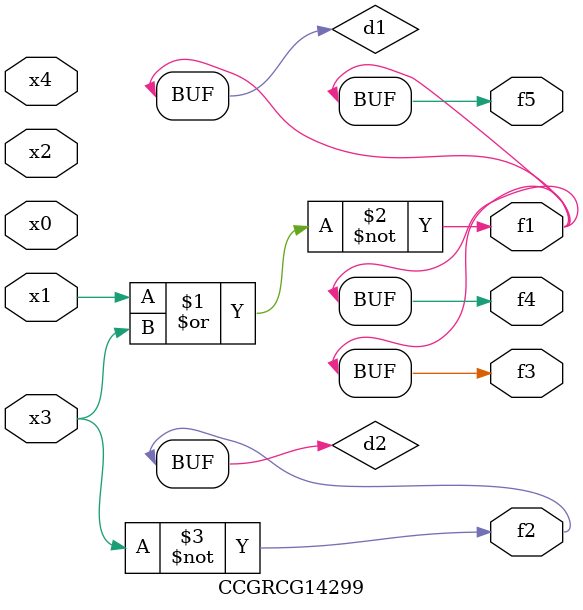
<source format=v>
module CCGRCG14299(
	input x0, x1, x2, x3, x4,
	output f1, f2, f3, f4, f5
);

	wire d1, d2;

	nor (d1, x1, x3);
	not (d2, x3);
	assign f1 = d1;
	assign f2 = d2;
	assign f3 = d1;
	assign f4 = d1;
	assign f5 = d1;
endmodule

</source>
